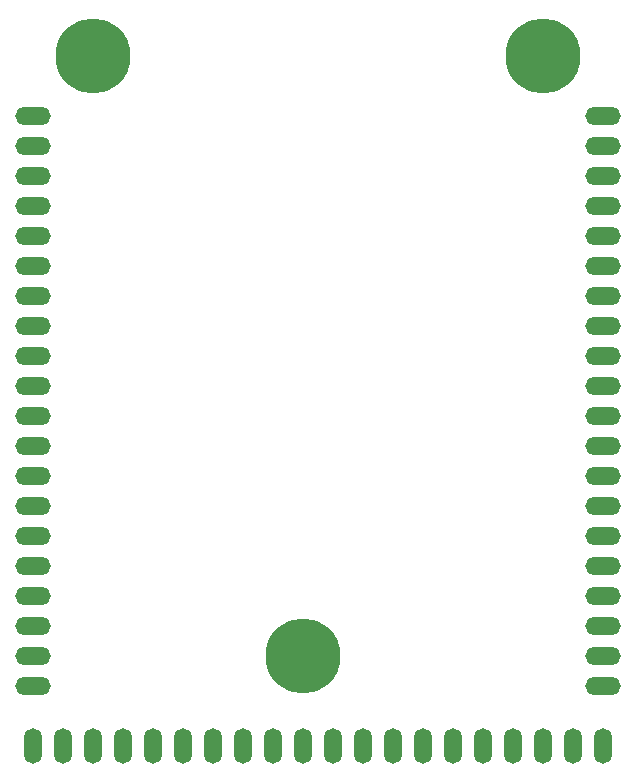
<source format=gbr>
G04 #@! TF.GenerationSoftware,KiCad,Pcbnew,5.0.0*
G04 #@! TF.CreationDate,2018-12-09T11:56:36+00:00*
G04 #@! TF.ProjectId,cw308_fe310,63773330385F66653331302E6B696361,rev?*
G04 #@! TF.SameCoordinates,Original*
G04 #@! TF.FileFunction,Paste,Bot*
G04 #@! TF.FilePolarity,Positive*
%FSLAX46Y46*%
G04 Gerber Fmt 4.6, Leading zero omitted, Abs format (unit mm)*
G04 Created by KiCad (PCBNEW 5.0.0) date Sun Dec  9 11:56:36 2018*
%MOMM*%
%LPD*%
G01*
G04 APERTURE LIST*
%ADD10O,2.997200X1.498600*%
%ADD11O,1.498600X2.997200*%
%ADD12C,6.350000*%
G04 APERTURE END LIST*
D10*
G04 #@! TO.C,J1*
X121678701Y-67030600D03*
X121678701Y-69570600D03*
X121678701Y-72110600D03*
X121678701Y-74650600D03*
X121678701Y-77190600D03*
X121678701Y-79730600D03*
X121678701Y-82270600D03*
X121678701Y-84810600D03*
X121678701Y-87350600D03*
X121678701Y-89890600D03*
X121678701Y-92430600D03*
X121678701Y-94970600D03*
X121678701Y-97510600D03*
X121678701Y-100050600D03*
X121678701Y-102590600D03*
X121678701Y-105130600D03*
X121678701Y-107670600D03*
X121678701Y-110210600D03*
X121678701Y-112750600D03*
X121678701Y-115290600D03*
D11*
X121678701Y-120370600D03*
X124218701Y-120370600D03*
X126758701Y-120370600D03*
X129298701Y-120370600D03*
X131838701Y-120370600D03*
X134378701Y-120370600D03*
X136918701Y-120370600D03*
X139458701Y-120370600D03*
X141998701Y-120370600D03*
X144538701Y-120370600D03*
X147078701Y-120370600D03*
X149618701Y-120370600D03*
X152158701Y-120370600D03*
X154698701Y-120370600D03*
X157238701Y-120370600D03*
X159778701Y-120370600D03*
X162318701Y-120370600D03*
X164858701Y-120370600D03*
X167398701Y-120370600D03*
X169938701Y-120370600D03*
D10*
X169938701Y-67030600D03*
X169938701Y-69570600D03*
X169938701Y-72110600D03*
X169938701Y-74650600D03*
X169938701Y-77190600D03*
X169938701Y-79730600D03*
X169938701Y-82270600D03*
X169938701Y-84810600D03*
X169938701Y-87350600D03*
X169938701Y-89890600D03*
X169938701Y-92430600D03*
X169938701Y-94970600D03*
X169938701Y-97510600D03*
X169938701Y-100050600D03*
X169938701Y-102590600D03*
X169938701Y-105130600D03*
X169938701Y-107670600D03*
X169938701Y-110210600D03*
X169938701Y-112750600D03*
X169938701Y-115290600D03*
D12*
X126758701Y-61950600D03*
X164858701Y-61950600D03*
X144538701Y-112750600D03*
G04 #@! TD*
M02*

</source>
